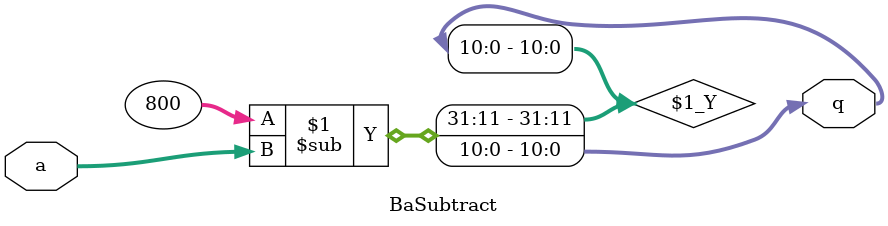
<source format=sv>
module BaSubtract #(parameter N = 11, B = 800)
					 (input logic [N-1:0] a,
                output logic[N-1:0] q);
					 
	assign q = B - a;

endmodule

</source>
